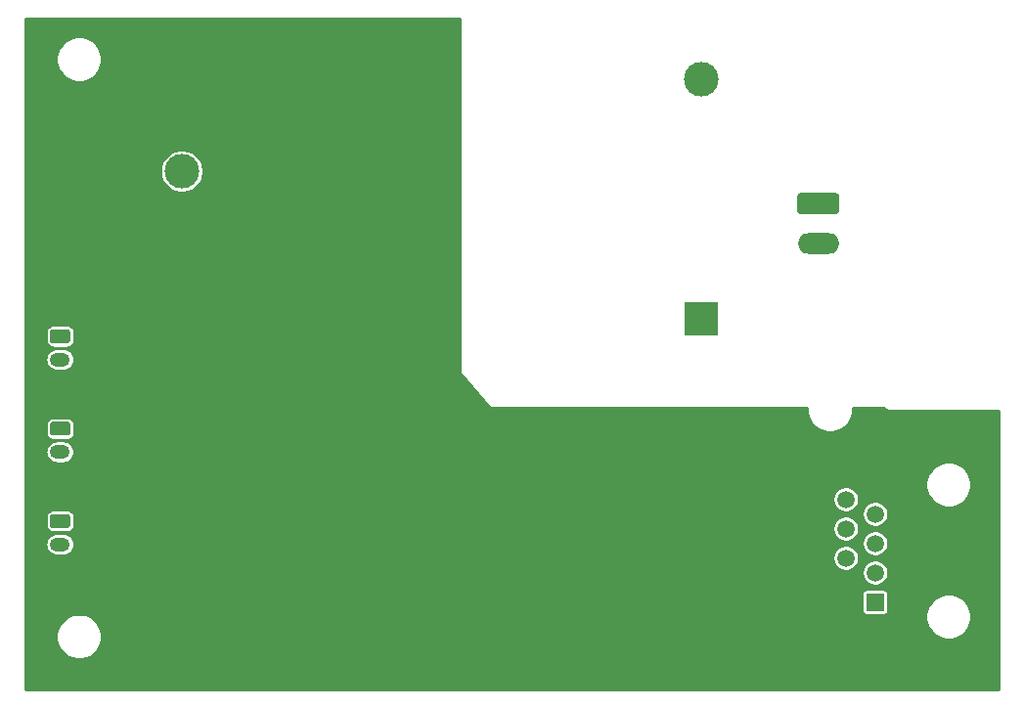
<source format=gbr>
G04 #@! TF.GenerationSoftware,KiCad,Pcbnew,(5.1.5)-3*
G04 #@! TF.CreationDate,2020-05-14T21:27:17-06:00*
G04 #@! TF.ProjectId,GarageDoorPowerBoard,47617261-6765-4446-9f6f-72506f776572,rev?*
G04 #@! TF.SameCoordinates,Original*
G04 #@! TF.FileFunction,Copper,L2,Bot*
G04 #@! TF.FilePolarity,Positive*
%FSLAX46Y46*%
G04 Gerber Fmt 4.6, Leading zero omitted, Abs format (unit mm)*
G04 Created by KiCad (PCBNEW (5.1.5)-3) date 2020-05-14 21:27:17*
%MOMM*%
%LPD*%
G04 APERTURE LIST*
%ADD10R,3.000000X3.000000*%
%ADD11C,3.000000*%
%ADD12C,1.500000*%
%ADD13R,1.500000X1.500000*%
%ADD14O,1.750000X1.200000*%
%ADD15C,0.100000*%
%ADD16O,3.600000X1.800000*%
%ADD17C,0.800000*%
%ADD18C,0.254000*%
G04 APERTURE END LIST*
D10*
X160500000Y-89420000D03*
D11*
X115500000Y-76620000D03*
X160500000Y-68620000D03*
X115500000Y-68620000D03*
D12*
X172980000Y-105030000D03*
X175520000Y-106300000D03*
X172980000Y-107570000D03*
X175520000Y-108840000D03*
X172980000Y-110110000D03*
X175520000Y-111380000D03*
X172980000Y-112650000D03*
D13*
X175520000Y-113920000D03*
D14*
X104962800Y-92920000D03*
G04 #@! TA.AperFunction,ComponentPad*
D15*
G36*
X105612305Y-90321204D02*
G01*
X105636573Y-90324804D01*
X105660372Y-90330765D01*
X105683471Y-90339030D01*
X105705650Y-90349520D01*
X105726693Y-90362132D01*
X105746399Y-90376747D01*
X105764577Y-90393223D01*
X105781053Y-90411401D01*
X105795668Y-90431107D01*
X105808280Y-90452150D01*
X105818770Y-90474329D01*
X105827035Y-90497428D01*
X105832996Y-90521227D01*
X105836596Y-90545495D01*
X105837800Y-90569999D01*
X105837800Y-91270001D01*
X105836596Y-91294505D01*
X105832996Y-91318773D01*
X105827035Y-91342572D01*
X105818770Y-91365671D01*
X105808280Y-91387850D01*
X105795668Y-91408893D01*
X105781053Y-91428599D01*
X105764577Y-91446777D01*
X105746399Y-91463253D01*
X105726693Y-91477868D01*
X105705650Y-91490480D01*
X105683471Y-91500970D01*
X105660372Y-91509235D01*
X105636573Y-91515196D01*
X105612305Y-91518796D01*
X105587801Y-91520000D01*
X104337799Y-91520000D01*
X104313295Y-91518796D01*
X104289027Y-91515196D01*
X104265228Y-91509235D01*
X104242129Y-91500970D01*
X104219950Y-91490480D01*
X104198907Y-91477868D01*
X104179201Y-91463253D01*
X104161023Y-91446777D01*
X104144547Y-91428599D01*
X104129932Y-91408893D01*
X104117320Y-91387850D01*
X104106830Y-91365671D01*
X104098565Y-91342572D01*
X104092604Y-91318773D01*
X104089004Y-91294505D01*
X104087800Y-91270001D01*
X104087800Y-90569999D01*
X104089004Y-90545495D01*
X104092604Y-90521227D01*
X104098565Y-90497428D01*
X104106830Y-90474329D01*
X104117320Y-90452150D01*
X104129932Y-90431107D01*
X104144547Y-90411401D01*
X104161023Y-90393223D01*
X104179201Y-90376747D01*
X104198907Y-90362132D01*
X104219950Y-90349520D01*
X104242129Y-90339030D01*
X104265228Y-90330765D01*
X104289027Y-90324804D01*
X104313295Y-90321204D01*
X104337799Y-90320000D01*
X105587801Y-90320000D01*
X105612305Y-90321204D01*
G37*
G04 #@! TD.AperFunction*
D14*
X104962800Y-100920000D03*
G04 #@! TA.AperFunction,ComponentPad*
D15*
G36*
X105612305Y-98321204D02*
G01*
X105636573Y-98324804D01*
X105660372Y-98330765D01*
X105683471Y-98339030D01*
X105705650Y-98349520D01*
X105726693Y-98362132D01*
X105746399Y-98376747D01*
X105764577Y-98393223D01*
X105781053Y-98411401D01*
X105795668Y-98431107D01*
X105808280Y-98452150D01*
X105818770Y-98474329D01*
X105827035Y-98497428D01*
X105832996Y-98521227D01*
X105836596Y-98545495D01*
X105837800Y-98569999D01*
X105837800Y-99270001D01*
X105836596Y-99294505D01*
X105832996Y-99318773D01*
X105827035Y-99342572D01*
X105818770Y-99365671D01*
X105808280Y-99387850D01*
X105795668Y-99408893D01*
X105781053Y-99428599D01*
X105764577Y-99446777D01*
X105746399Y-99463253D01*
X105726693Y-99477868D01*
X105705650Y-99490480D01*
X105683471Y-99500970D01*
X105660372Y-99509235D01*
X105636573Y-99515196D01*
X105612305Y-99518796D01*
X105587801Y-99520000D01*
X104337799Y-99520000D01*
X104313295Y-99518796D01*
X104289027Y-99515196D01*
X104265228Y-99509235D01*
X104242129Y-99500970D01*
X104219950Y-99490480D01*
X104198907Y-99477868D01*
X104179201Y-99463253D01*
X104161023Y-99446777D01*
X104144547Y-99428599D01*
X104129932Y-99408893D01*
X104117320Y-99387850D01*
X104106830Y-99365671D01*
X104098565Y-99342572D01*
X104092604Y-99318773D01*
X104089004Y-99294505D01*
X104087800Y-99270001D01*
X104087800Y-98569999D01*
X104089004Y-98545495D01*
X104092604Y-98521227D01*
X104098565Y-98497428D01*
X104106830Y-98474329D01*
X104117320Y-98452150D01*
X104129932Y-98431107D01*
X104144547Y-98411401D01*
X104161023Y-98393223D01*
X104179201Y-98376747D01*
X104198907Y-98362132D01*
X104219950Y-98349520D01*
X104242129Y-98339030D01*
X104265228Y-98330765D01*
X104289027Y-98324804D01*
X104313295Y-98321204D01*
X104337799Y-98320000D01*
X105587801Y-98320000D01*
X105612305Y-98321204D01*
G37*
G04 #@! TD.AperFunction*
D14*
X104962800Y-108920000D03*
G04 #@! TA.AperFunction,ComponentPad*
D15*
G36*
X105612305Y-106321204D02*
G01*
X105636573Y-106324804D01*
X105660372Y-106330765D01*
X105683471Y-106339030D01*
X105705650Y-106349520D01*
X105726693Y-106362132D01*
X105746399Y-106376747D01*
X105764577Y-106393223D01*
X105781053Y-106411401D01*
X105795668Y-106431107D01*
X105808280Y-106452150D01*
X105818770Y-106474329D01*
X105827035Y-106497428D01*
X105832996Y-106521227D01*
X105836596Y-106545495D01*
X105837800Y-106569999D01*
X105837800Y-107270001D01*
X105836596Y-107294505D01*
X105832996Y-107318773D01*
X105827035Y-107342572D01*
X105818770Y-107365671D01*
X105808280Y-107387850D01*
X105795668Y-107408893D01*
X105781053Y-107428599D01*
X105764577Y-107446777D01*
X105746399Y-107463253D01*
X105726693Y-107477868D01*
X105705650Y-107490480D01*
X105683471Y-107500970D01*
X105660372Y-107509235D01*
X105636573Y-107515196D01*
X105612305Y-107518796D01*
X105587801Y-107520000D01*
X104337799Y-107520000D01*
X104313295Y-107518796D01*
X104289027Y-107515196D01*
X104265228Y-107509235D01*
X104242129Y-107500970D01*
X104219950Y-107490480D01*
X104198907Y-107477868D01*
X104179201Y-107463253D01*
X104161023Y-107446777D01*
X104144547Y-107428599D01*
X104129932Y-107408893D01*
X104117320Y-107387850D01*
X104106830Y-107365671D01*
X104098565Y-107342572D01*
X104092604Y-107318773D01*
X104089004Y-107294505D01*
X104087800Y-107270001D01*
X104087800Y-106569999D01*
X104089004Y-106545495D01*
X104092604Y-106521227D01*
X104098565Y-106497428D01*
X104106830Y-106474329D01*
X104117320Y-106452150D01*
X104129932Y-106431107D01*
X104144547Y-106411401D01*
X104161023Y-106393223D01*
X104179201Y-106376747D01*
X104198907Y-106362132D01*
X104219950Y-106349520D01*
X104242129Y-106339030D01*
X104265228Y-106330765D01*
X104289027Y-106324804D01*
X104313295Y-106321204D01*
X104337799Y-106320000D01*
X105587801Y-106320000D01*
X105612305Y-106321204D01*
G37*
G04 #@! TD.AperFunction*
D16*
X170600000Y-82920000D03*
G04 #@! TA.AperFunction,ComponentPad*
D15*
G36*
X172174504Y-78521204D02*
G01*
X172198773Y-78524804D01*
X172222571Y-78530765D01*
X172245671Y-78539030D01*
X172267849Y-78549520D01*
X172288893Y-78562133D01*
X172308598Y-78576747D01*
X172326777Y-78593223D01*
X172343253Y-78611402D01*
X172357867Y-78631107D01*
X172370480Y-78652151D01*
X172380970Y-78674329D01*
X172389235Y-78697429D01*
X172395196Y-78721227D01*
X172398796Y-78745496D01*
X172400000Y-78770000D01*
X172400000Y-80070000D01*
X172398796Y-80094504D01*
X172395196Y-80118773D01*
X172389235Y-80142571D01*
X172380970Y-80165671D01*
X172370480Y-80187849D01*
X172357867Y-80208893D01*
X172343253Y-80228598D01*
X172326777Y-80246777D01*
X172308598Y-80263253D01*
X172288893Y-80277867D01*
X172267849Y-80290480D01*
X172245671Y-80300970D01*
X172222571Y-80309235D01*
X172198773Y-80315196D01*
X172174504Y-80318796D01*
X172150000Y-80320000D01*
X169050000Y-80320000D01*
X169025496Y-80318796D01*
X169001227Y-80315196D01*
X168977429Y-80309235D01*
X168954329Y-80300970D01*
X168932151Y-80290480D01*
X168911107Y-80277867D01*
X168891402Y-80263253D01*
X168873223Y-80246777D01*
X168856747Y-80228598D01*
X168842133Y-80208893D01*
X168829520Y-80187849D01*
X168819030Y-80165671D01*
X168810765Y-80142571D01*
X168804804Y-80118773D01*
X168801204Y-80094504D01*
X168800000Y-80070000D01*
X168800000Y-78770000D01*
X168801204Y-78745496D01*
X168804804Y-78721227D01*
X168810765Y-78697429D01*
X168819030Y-78674329D01*
X168829520Y-78652151D01*
X168842133Y-78631107D01*
X168856747Y-78611402D01*
X168873223Y-78593223D01*
X168891402Y-78576747D01*
X168911107Y-78562133D01*
X168932151Y-78549520D01*
X168954329Y-78539030D01*
X168977429Y-78530765D01*
X169001227Y-78524804D01*
X169025496Y-78521204D01*
X169050000Y-78520000D01*
X172150000Y-78520000D01*
X172174504Y-78521204D01*
G37*
G04 #@! TD.AperFunction*
D17*
X184810400Y-98323400D03*
X175666400Y-98298000D03*
X184886600Y-109347000D03*
X185064400Y-120421400D03*
X175310800Y-120700800D03*
X170205400Y-113258600D03*
X176936400Y-110159800D03*
X168757600Y-103251000D03*
X155854400Y-103251000D03*
X162255200Y-103860600D03*
X138785600Y-102209600D03*
X124942600Y-90855800D03*
X111277400Y-78054200D03*
X103911400Y-87833200D03*
X117805200Y-97637600D03*
X160858200Y-120751600D03*
X145059400Y-120802400D03*
X128981200Y-120726200D03*
X113258600Y-120700800D03*
X102793800Y-120827800D03*
X102641400Y-107975400D03*
X102641400Y-99949000D03*
X115036600Y-108788200D03*
X118440200Y-106045000D03*
X121056400Y-112903000D03*
X137134600Y-113004600D03*
X153009600Y-112852200D03*
X152069800Y-97967800D03*
X137922000Y-95377000D03*
X137896600Y-81203800D03*
X137972800Y-64998600D03*
X123875800Y-64744600D03*
X122936000Y-80365600D03*
X110794800Y-64643000D03*
X102870000Y-64592200D03*
X102844600Y-75209400D03*
X174980600Y-103835200D03*
D18*
G36*
X139573000Y-93980000D02*
G01*
X139575440Y-94004776D01*
X139582667Y-94028601D01*
X139594403Y-94050557D01*
X139601893Y-94060647D01*
X142065693Y-97057847D01*
X142083312Y-97075437D01*
X142104023Y-97089252D01*
X142127032Y-97098761D01*
X142151454Y-97103598D01*
X142163948Y-97104200D01*
X164033348Y-97078800D01*
X169619000Y-97078800D01*
X169619000Y-97451711D01*
X169695129Y-97834436D01*
X169844461Y-98194955D01*
X170061257Y-98519414D01*
X170337186Y-98795343D01*
X170661645Y-99012139D01*
X171022164Y-99161471D01*
X171404889Y-99237600D01*
X171795111Y-99237600D01*
X172177836Y-99161471D01*
X172538355Y-99012139D01*
X172862814Y-98795343D01*
X173138743Y-98519414D01*
X173355539Y-98194955D01*
X173504871Y-97834436D01*
X173581000Y-97451711D01*
X173581000Y-97078800D01*
X176224522Y-97078800D01*
X176260790Y-97146653D01*
X176311526Y-97208474D01*
X176373347Y-97259210D01*
X176443879Y-97296910D01*
X176520410Y-97320125D01*
X176580059Y-97326000D01*
X176580060Y-97326000D01*
X176600000Y-97327964D01*
X176619941Y-97326000D01*
X186194000Y-97326000D01*
X186194001Y-121514000D01*
X102006000Y-121514000D01*
X102006000Y-116724889D01*
X104619000Y-116724889D01*
X104619000Y-117115111D01*
X104695129Y-117497836D01*
X104844461Y-117858355D01*
X105061257Y-118182814D01*
X105337186Y-118458743D01*
X105661645Y-118675539D01*
X106022164Y-118824871D01*
X106404889Y-118901000D01*
X106795111Y-118901000D01*
X107177836Y-118824871D01*
X107538355Y-118675539D01*
X107862814Y-118458743D01*
X108138743Y-118182814D01*
X108355539Y-117858355D01*
X108504871Y-117497836D01*
X108581000Y-117115111D01*
X108581000Y-116724889D01*
X108504871Y-116342164D01*
X108355539Y-115981645D01*
X108138743Y-115657186D01*
X107862814Y-115381257D01*
X107538355Y-115164461D01*
X107177836Y-115015129D01*
X106795111Y-114939000D01*
X106404889Y-114939000D01*
X106022164Y-115015129D01*
X105661645Y-115164461D01*
X105337186Y-115381257D01*
X105061257Y-115657186D01*
X104844461Y-115981645D01*
X104695129Y-116342164D01*
X104619000Y-116724889D01*
X102006000Y-116724889D01*
X102006000Y-113170000D01*
X174387157Y-113170000D01*
X174387157Y-114670000D01*
X174394513Y-114744689D01*
X174416299Y-114816508D01*
X174451678Y-114882696D01*
X174499289Y-114940711D01*
X174557304Y-114988322D01*
X174623492Y-115023701D01*
X174695311Y-115045487D01*
X174770000Y-115052843D01*
X176270000Y-115052843D01*
X176344689Y-115045487D01*
X176416508Y-115023701D01*
X176470410Y-114994889D01*
X179889000Y-114994889D01*
X179889000Y-115385111D01*
X179965129Y-115767836D01*
X180114461Y-116128355D01*
X180331257Y-116452814D01*
X180607186Y-116728743D01*
X180931645Y-116945539D01*
X181292164Y-117094871D01*
X181674889Y-117171000D01*
X182065111Y-117171000D01*
X182447836Y-117094871D01*
X182808355Y-116945539D01*
X183132814Y-116728743D01*
X183408743Y-116452814D01*
X183625539Y-116128355D01*
X183774871Y-115767836D01*
X183851000Y-115385111D01*
X183851000Y-114994889D01*
X183774871Y-114612164D01*
X183625539Y-114251645D01*
X183408743Y-113927186D01*
X183132814Y-113651257D01*
X182808355Y-113434461D01*
X182447836Y-113285129D01*
X182065111Y-113209000D01*
X181674889Y-113209000D01*
X181292164Y-113285129D01*
X180931645Y-113434461D01*
X180607186Y-113651257D01*
X180331257Y-113927186D01*
X180114461Y-114251645D01*
X179965129Y-114612164D01*
X179889000Y-114994889D01*
X176470410Y-114994889D01*
X176482696Y-114988322D01*
X176540711Y-114940711D01*
X176588322Y-114882696D01*
X176623701Y-114816508D01*
X176645487Y-114744689D01*
X176652843Y-114670000D01*
X176652843Y-113170000D01*
X176645487Y-113095311D01*
X176623701Y-113023492D01*
X176588322Y-112957304D01*
X176540711Y-112899289D01*
X176482696Y-112851678D01*
X176416508Y-112816299D01*
X176344689Y-112794513D01*
X176270000Y-112787157D01*
X174770000Y-112787157D01*
X174695311Y-112794513D01*
X174623492Y-112816299D01*
X174557304Y-112851678D01*
X174499289Y-112899289D01*
X174451678Y-112957304D01*
X174416299Y-113023492D01*
X174394513Y-113095311D01*
X174387157Y-113170000D01*
X102006000Y-113170000D01*
X102006000Y-111268606D01*
X174389000Y-111268606D01*
X174389000Y-111491394D01*
X174432464Y-111709900D01*
X174517721Y-111915729D01*
X174641495Y-112100970D01*
X174799030Y-112258505D01*
X174984271Y-112382279D01*
X175190100Y-112467536D01*
X175408606Y-112511000D01*
X175631394Y-112511000D01*
X175849900Y-112467536D01*
X176055729Y-112382279D01*
X176240970Y-112258505D01*
X176398505Y-112100970D01*
X176522279Y-111915729D01*
X176607536Y-111709900D01*
X176651000Y-111491394D01*
X176651000Y-111268606D01*
X176607536Y-111050100D01*
X176522279Y-110844271D01*
X176398505Y-110659030D01*
X176240970Y-110501495D01*
X176055729Y-110377721D01*
X175849900Y-110292464D01*
X175631394Y-110249000D01*
X175408606Y-110249000D01*
X175190100Y-110292464D01*
X174984271Y-110377721D01*
X174799030Y-110501495D01*
X174641495Y-110659030D01*
X174517721Y-110844271D01*
X174432464Y-111050100D01*
X174389000Y-111268606D01*
X102006000Y-111268606D01*
X102006000Y-109998606D01*
X171849000Y-109998606D01*
X171849000Y-110221394D01*
X171892464Y-110439900D01*
X171977721Y-110645729D01*
X172101495Y-110830970D01*
X172259030Y-110988505D01*
X172444271Y-111112279D01*
X172650100Y-111197536D01*
X172868606Y-111241000D01*
X173091394Y-111241000D01*
X173309900Y-111197536D01*
X173515729Y-111112279D01*
X173700970Y-110988505D01*
X173858505Y-110830970D01*
X173982279Y-110645729D01*
X174067536Y-110439900D01*
X174111000Y-110221394D01*
X174111000Y-109998606D01*
X174067536Y-109780100D01*
X173982279Y-109574271D01*
X173858505Y-109389030D01*
X173700970Y-109231495D01*
X173515729Y-109107721D01*
X173309900Y-109022464D01*
X173091394Y-108979000D01*
X172868606Y-108979000D01*
X172650100Y-109022464D01*
X172444271Y-109107721D01*
X172259030Y-109231495D01*
X172101495Y-109389030D01*
X171977721Y-109574271D01*
X171892464Y-109780100D01*
X171849000Y-109998606D01*
X102006000Y-109998606D01*
X102006000Y-108920000D01*
X103702054Y-108920000D01*
X103720995Y-109112310D01*
X103777089Y-109297229D01*
X103868182Y-109467651D01*
X103990772Y-109617028D01*
X104140149Y-109739618D01*
X104310571Y-109830711D01*
X104495490Y-109886805D01*
X104639613Y-109901000D01*
X105285987Y-109901000D01*
X105430110Y-109886805D01*
X105615029Y-109830711D01*
X105785451Y-109739618D01*
X105934828Y-109617028D01*
X106057418Y-109467651D01*
X106148511Y-109297229D01*
X106204605Y-109112310D01*
X106223546Y-108920000D01*
X106204696Y-108728606D01*
X174389000Y-108728606D01*
X174389000Y-108951394D01*
X174432464Y-109169900D01*
X174517721Y-109375729D01*
X174641495Y-109560970D01*
X174799030Y-109718505D01*
X174984271Y-109842279D01*
X175190100Y-109927536D01*
X175408606Y-109971000D01*
X175631394Y-109971000D01*
X175849900Y-109927536D01*
X176055729Y-109842279D01*
X176240970Y-109718505D01*
X176398505Y-109560970D01*
X176522279Y-109375729D01*
X176607536Y-109169900D01*
X176651000Y-108951394D01*
X176651000Y-108728606D01*
X176607536Y-108510100D01*
X176522279Y-108304271D01*
X176398505Y-108119030D01*
X176240970Y-107961495D01*
X176055729Y-107837721D01*
X175849900Y-107752464D01*
X175631394Y-107709000D01*
X175408606Y-107709000D01*
X175190100Y-107752464D01*
X174984271Y-107837721D01*
X174799030Y-107961495D01*
X174641495Y-108119030D01*
X174517721Y-108304271D01*
X174432464Y-108510100D01*
X174389000Y-108728606D01*
X106204696Y-108728606D01*
X106204605Y-108727690D01*
X106148511Y-108542771D01*
X106057418Y-108372349D01*
X105934828Y-108222972D01*
X105785451Y-108100382D01*
X105615029Y-108009289D01*
X105430110Y-107953195D01*
X105285987Y-107939000D01*
X104639613Y-107939000D01*
X104495490Y-107953195D01*
X104310571Y-108009289D01*
X104140149Y-108100382D01*
X103990772Y-108222972D01*
X103868182Y-108372349D01*
X103777089Y-108542771D01*
X103720995Y-108727690D01*
X103702054Y-108920000D01*
X102006000Y-108920000D01*
X102006000Y-106569999D01*
X103704957Y-106569999D01*
X103704957Y-107270001D01*
X103717117Y-107393462D01*
X103753129Y-107512179D01*
X103811610Y-107621589D01*
X103890312Y-107717488D01*
X103986211Y-107796190D01*
X104095621Y-107854671D01*
X104214338Y-107890683D01*
X104337799Y-107902843D01*
X105587801Y-107902843D01*
X105711262Y-107890683D01*
X105829979Y-107854671D01*
X105939389Y-107796190D01*
X106035288Y-107717488D01*
X106113990Y-107621589D01*
X106172471Y-107512179D01*
X106188722Y-107458606D01*
X171849000Y-107458606D01*
X171849000Y-107681394D01*
X171892464Y-107899900D01*
X171977721Y-108105729D01*
X172101495Y-108290970D01*
X172259030Y-108448505D01*
X172444271Y-108572279D01*
X172650100Y-108657536D01*
X172868606Y-108701000D01*
X173091394Y-108701000D01*
X173309900Y-108657536D01*
X173515729Y-108572279D01*
X173700970Y-108448505D01*
X173858505Y-108290970D01*
X173982279Y-108105729D01*
X174067536Y-107899900D01*
X174111000Y-107681394D01*
X174111000Y-107458606D01*
X174067536Y-107240100D01*
X173982279Y-107034271D01*
X173858505Y-106849030D01*
X173700970Y-106691495D01*
X173515729Y-106567721D01*
X173309900Y-106482464D01*
X173091394Y-106439000D01*
X172868606Y-106439000D01*
X172650100Y-106482464D01*
X172444271Y-106567721D01*
X172259030Y-106691495D01*
X172101495Y-106849030D01*
X171977721Y-107034271D01*
X171892464Y-107240100D01*
X171849000Y-107458606D01*
X106188722Y-107458606D01*
X106208483Y-107393462D01*
X106220643Y-107270001D01*
X106220643Y-106569999D01*
X106208483Y-106446538D01*
X106172471Y-106327821D01*
X106113990Y-106218411D01*
X106089530Y-106188606D01*
X174389000Y-106188606D01*
X174389000Y-106411394D01*
X174432464Y-106629900D01*
X174517721Y-106835729D01*
X174641495Y-107020970D01*
X174799030Y-107178505D01*
X174984271Y-107302279D01*
X175190100Y-107387536D01*
X175408606Y-107431000D01*
X175631394Y-107431000D01*
X175849900Y-107387536D01*
X176055729Y-107302279D01*
X176240970Y-107178505D01*
X176398505Y-107020970D01*
X176522279Y-106835729D01*
X176607536Y-106629900D01*
X176651000Y-106411394D01*
X176651000Y-106188606D01*
X176607536Y-105970100D01*
X176522279Y-105764271D01*
X176398505Y-105579030D01*
X176240970Y-105421495D01*
X176055729Y-105297721D01*
X175849900Y-105212464D01*
X175631394Y-105169000D01*
X175408606Y-105169000D01*
X175190100Y-105212464D01*
X174984271Y-105297721D01*
X174799030Y-105421495D01*
X174641495Y-105579030D01*
X174517721Y-105764271D01*
X174432464Y-105970100D01*
X174389000Y-106188606D01*
X106089530Y-106188606D01*
X106035288Y-106122512D01*
X105939389Y-106043810D01*
X105829979Y-105985329D01*
X105711262Y-105949317D01*
X105587801Y-105937157D01*
X104337799Y-105937157D01*
X104214338Y-105949317D01*
X104095621Y-105985329D01*
X103986211Y-106043810D01*
X103890312Y-106122512D01*
X103811610Y-106218411D01*
X103753129Y-106327821D01*
X103717117Y-106446538D01*
X103704957Y-106569999D01*
X102006000Y-106569999D01*
X102006000Y-104918606D01*
X171849000Y-104918606D01*
X171849000Y-105141394D01*
X171892464Y-105359900D01*
X171977721Y-105565729D01*
X172101495Y-105750970D01*
X172259030Y-105908505D01*
X172444271Y-106032279D01*
X172650100Y-106117536D01*
X172868606Y-106161000D01*
X173091394Y-106161000D01*
X173309900Y-106117536D01*
X173515729Y-106032279D01*
X173700970Y-105908505D01*
X173858505Y-105750970D01*
X173982279Y-105565729D01*
X174067536Y-105359900D01*
X174111000Y-105141394D01*
X174111000Y-104918606D01*
X174067536Y-104700100D01*
X173982279Y-104494271D01*
X173858505Y-104309030D01*
X173700970Y-104151495D01*
X173515729Y-104027721D01*
X173309900Y-103942464D01*
X173091394Y-103899000D01*
X172868606Y-103899000D01*
X172650100Y-103942464D01*
X172444271Y-104027721D01*
X172259030Y-104151495D01*
X172101495Y-104309030D01*
X171977721Y-104494271D01*
X171892464Y-104700100D01*
X171849000Y-104918606D01*
X102006000Y-104918606D01*
X102006000Y-103564889D01*
X179889000Y-103564889D01*
X179889000Y-103955111D01*
X179965129Y-104337836D01*
X180114461Y-104698355D01*
X180331257Y-105022814D01*
X180607186Y-105298743D01*
X180931645Y-105515539D01*
X181292164Y-105664871D01*
X181674889Y-105741000D01*
X182065111Y-105741000D01*
X182447836Y-105664871D01*
X182808355Y-105515539D01*
X183132814Y-105298743D01*
X183408743Y-105022814D01*
X183625539Y-104698355D01*
X183774871Y-104337836D01*
X183851000Y-103955111D01*
X183851000Y-103564889D01*
X183774871Y-103182164D01*
X183625539Y-102821645D01*
X183408743Y-102497186D01*
X183132814Y-102221257D01*
X182808355Y-102004461D01*
X182447836Y-101855129D01*
X182065111Y-101779000D01*
X181674889Y-101779000D01*
X181292164Y-101855129D01*
X180931645Y-102004461D01*
X180607186Y-102221257D01*
X180331257Y-102497186D01*
X180114461Y-102821645D01*
X179965129Y-103182164D01*
X179889000Y-103564889D01*
X102006000Y-103564889D01*
X102006000Y-100920000D01*
X103702054Y-100920000D01*
X103720995Y-101112310D01*
X103777089Y-101297229D01*
X103868182Y-101467651D01*
X103990772Y-101617028D01*
X104140149Y-101739618D01*
X104310571Y-101830711D01*
X104495490Y-101886805D01*
X104639613Y-101901000D01*
X105285987Y-101901000D01*
X105430110Y-101886805D01*
X105615029Y-101830711D01*
X105785451Y-101739618D01*
X105934828Y-101617028D01*
X106057418Y-101467651D01*
X106148511Y-101297229D01*
X106204605Y-101112310D01*
X106223546Y-100920000D01*
X106204605Y-100727690D01*
X106148511Y-100542771D01*
X106057418Y-100372349D01*
X105934828Y-100222972D01*
X105785451Y-100100382D01*
X105615029Y-100009289D01*
X105430110Y-99953195D01*
X105285987Y-99939000D01*
X104639613Y-99939000D01*
X104495490Y-99953195D01*
X104310571Y-100009289D01*
X104140149Y-100100382D01*
X103990772Y-100222972D01*
X103868182Y-100372349D01*
X103777089Y-100542771D01*
X103720995Y-100727690D01*
X103702054Y-100920000D01*
X102006000Y-100920000D01*
X102006000Y-98569999D01*
X103704957Y-98569999D01*
X103704957Y-99270001D01*
X103717117Y-99393462D01*
X103753129Y-99512179D01*
X103811610Y-99621589D01*
X103890312Y-99717488D01*
X103986211Y-99796190D01*
X104095621Y-99854671D01*
X104214338Y-99890683D01*
X104337799Y-99902843D01*
X105587801Y-99902843D01*
X105711262Y-99890683D01*
X105829979Y-99854671D01*
X105939389Y-99796190D01*
X106035288Y-99717488D01*
X106113990Y-99621589D01*
X106172471Y-99512179D01*
X106208483Y-99393462D01*
X106220643Y-99270001D01*
X106220643Y-98569999D01*
X106208483Y-98446538D01*
X106172471Y-98327821D01*
X106113990Y-98218411D01*
X106035288Y-98122512D01*
X105939389Y-98043810D01*
X105829979Y-97985329D01*
X105711262Y-97949317D01*
X105587801Y-97937157D01*
X104337799Y-97937157D01*
X104214338Y-97949317D01*
X104095621Y-97985329D01*
X103986211Y-98043810D01*
X103890312Y-98122512D01*
X103811610Y-98218411D01*
X103753129Y-98327821D01*
X103717117Y-98446538D01*
X103704957Y-98569999D01*
X102006000Y-98569999D01*
X102006000Y-92920000D01*
X103702054Y-92920000D01*
X103720995Y-93112310D01*
X103777089Y-93297229D01*
X103868182Y-93467651D01*
X103990772Y-93617028D01*
X104140149Y-93739618D01*
X104310571Y-93830711D01*
X104495490Y-93886805D01*
X104639613Y-93901000D01*
X105285987Y-93901000D01*
X105430110Y-93886805D01*
X105615029Y-93830711D01*
X105785451Y-93739618D01*
X105934828Y-93617028D01*
X106057418Y-93467651D01*
X106148511Y-93297229D01*
X106204605Y-93112310D01*
X106223546Y-92920000D01*
X106204605Y-92727690D01*
X106148511Y-92542771D01*
X106057418Y-92372349D01*
X105934828Y-92222972D01*
X105785451Y-92100382D01*
X105615029Y-92009289D01*
X105430110Y-91953195D01*
X105285987Y-91939000D01*
X104639613Y-91939000D01*
X104495490Y-91953195D01*
X104310571Y-92009289D01*
X104140149Y-92100382D01*
X103990772Y-92222972D01*
X103868182Y-92372349D01*
X103777089Y-92542771D01*
X103720995Y-92727690D01*
X103702054Y-92920000D01*
X102006000Y-92920000D01*
X102006000Y-90569999D01*
X103704957Y-90569999D01*
X103704957Y-91270001D01*
X103717117Y-91393462D01*
X103753129Y-91512179D01*
X103811610Y-91621589D01*
X103890312Y-91717488D01*
X103986211Y-91796190D01*
X104095621Y-91854671D01*
X104214338Y-91890683D01*
X104337799Y-91902843D01*
X105587801Y-91902843D01*
X105711262Y-91890683D01*
X105829979Y-91854671D01*
X105939389Y-91796190D01*
X106035288Y-91717488D01*
X106113990Y-91621589D01*
X106172471Y-91512179D01*
X106208483Y-91393462D01*
X106220643Y-91270001D01*
X106220643Y-90569999D01*
X106208483Y-90446538D01*
X106172471Y-90327821D01*
X106113990Y-90218411D01*
X106035288Y-90122512D01*
X105939389Y-90043810D01*
X105829979Y-89985329D01*
X105711262Y-89949317D01*
X105587801Y-89937157D01*
X104337799Y-89937157D01*
X104214338Y-89949317D01*
X104095621Y-89985329D01*
X103986211Y-90043810D01*
X103890312Y-90122512D01*
X103811610Y-90218411D01*
X103753129Y-90327821D01*
X103717117Y-90446538D01*
X103704957Y-90569999D01*
X102006000Y-90569999D01*
X102006000Y-76434738D01*
X113619000Y-76434738D01*
X113619000Y-76805262D01*
X113691286Y-77168667D01*
X113833080Y-77510987D01*
X114038932Y-77819067D01*
X114300933Y-78081068D01*
X114609013Y-78286920D01*
X114951333Y-78428714D01*
X115314738Y-78501000D01*
X115685262Y-78501000D01*
X116048667Y-78428714D01*
X116390987Y-78286920D01*
X116699067Y-78081068D01*
X116961068Y-77819067D01*
X117166920Y-77510987D01*
X117308714Y-77168667D01*
X117381000Y-76805262D01*
X117381000Y-76434738D01*
X117308714Y-76071333D01*
X117166920Y-75729013D01*
X116961068Y-75420933D01*
X116699067Y-75158932D01*
X116390987Y-74953080D01*
X116048667Y-74811286D01*
X115685262Y-74739000D01*
X115314738Y-74739000D01*
X114951333Y-74811286D01*
X114609013Y-74953080D01*
X114300933Y-75158932D01*
X114038932Y-75420933D01*
X113833080Y-75729013D01*
X113691286Y-76071333D01*
X113619000Y-76434738D01*
X102006000Y-76434738D01*
X102006000Y-66724889D01*
X104619000Y-66724889D01*
X104619000Y-67115111D01*
X104695129Y-67497836D01*
X104844461Y-67858355D01*
X105061257Y-68182814D01*
X105337186Y-68458743D01*
X105661645Y-68675539D01*
X106022164Y-68824871D01*
X106404889Y-68901000D01*
X106795111Y-68901000D01*
X107177836Y-68824871D01*
X107538355Y-68675539D01*
X107862814Y-68458743D01*
X108138743Y-68182814D01*
X108355539Y-67858355D01*
X108504871Y-67497836D01*
X108581000Y-67115111D01*
X108581000Y-66724889D01*
X108504871Y-66342164D01*
X108355539Y-65981645D01*
X108138743Y-65657186D01*
X107862814Y-65381257D01*
X107538355Y-65164461D01*
X107177836Y-65015129D01*
X106795111Y-64939000D01*
X106404889Y-64939000D01*
X106022164Y-65015129D01*
X105661645Y-65164461D01*
X105337186Y-65381257D01*
X105061257Y-65657186D01*
X104844461Y-65981645D01*
X104695129Y-66342164D01*
X104619000Y-66724889D01*
X102006000Y-66724889D01*
X102006000Y-63373000D01*
X139573000Y-63373000D01*
X139573000Y-93980000D01*
G37*
X139573000Y-93980000D02*
X139575440Y-94004776D01*
X139582667Y-94028601D01*
X139594403Y-94050557D01*
X139601893Y-94060647D01*
X142065693Y-97057847D01*
X142083312Y-97075437D01*
X142104023Y-97089252D01*
X142127032Y-97098761D01*
X142151454Y-97103598D01*
X142163948Y-97104200D01*
X164033348Y-97078800D01*
X169619000Y-97078800D01*
X169619000Y-97451711D01*
X169695129Y-97834436D01*
X169844461Y-98194955D01*
X170061257Y-98519414D01*
X170337186Y-98795343D01*
X170661645Y-99012139D01*
X171022164Y-99161471D01*
X171404889Y-99237600D01*
X171795111Y-99237600D01*
X172177836Y-99161471D01*
X172538355Y-99012139D01*
X172862814Y-98795343D01*
X173138743Y-98519414D01*
X173355539Y-98194955D01*
X173504871Y-97834436D01*
X173581000Y-97451711D01*
X173581000Y-97078800D01*
X176224522Y-97078800D01*
X176260790Y-97146653D01*
X176311526Y-97208474D01*
X176373347Y-97259210D01*
X176443879Y-97296910D01*
X176520410Y-97320125D01*
X176580059Y-97326000D01*
X176580060Y-97326000D01*
X176600000Y-97327964D01*
X176619941Y-97326000D01*
X186194000Y-97326000D01*
X186194001Y-121514000D01*
X102006000Y-121514000D01*
X102006000Y-116724889D01*
X104619000Y-116724889D01*
X104619000Y-117115111D01*
X104695129Y-117497836D01*
X104844461Y-117858355D01*
X105061257Y-118182814D01*
X105337186Y-118458743D01*
X105661645Y-118675539D01*
X106022164Y-118824871D01*
X106404889Y-118901000D01*
X106795111Y-118901000D01*
X107177836Y-118824871D01*
X107538355Y-118675539D01*
X107862814Y-118458743D01*
X108138743Y-118182814D01*
X108355539Y-117858355D01*
X108504871Y-117497836D01*
X108581000Y-117115111D01*
X108581000Y-116724889D01*
X108504871Y-116342164D01*
X108355539Y-115981645D01*
X108138743Y-115657186D01*
X107862814Y-115381257D01*
X107538355Y-115164461D01*
X107177836Y-115015129D01*
X106795111Y-114939000D01*
X106404889Y-114939000D01*
X106022164Y-115015129D01*
X105661645Y-115164461D01*
X105337186Y-115381257D01*
X105061257Y-115657186D01*
X104844461Y-115981645D01*
X104695129Y-116342164D01*
X104619000Y-116724889D01*
X102006000Y-116724889D01*
X102006000Y-113170000D01*
X174387157Y-113170000D01*
X174387157Y-114670000D01*
X174394513Y-114744689D01*
X174416299Y-114816508D01*
X174451678Y-114882696D01*
X174499289Y-114940711D01*
X174557304Y-114988322D01*
X174623492Y-115023701D01*
X174695311Y-115045487D01*
X174770000Y-115052843D01*
X176270000Y-115052843D01*
X176344689Y-115045487D01*
X176416508Y-115023701D01*
X176470410Y-114994889D01*
X179889000Y-114994889D01*
X179889000Y-115385111D01*
X179965129Y-115767836D01*
X180114461Y-116128355D01*
X180331257Y-116452814D01*
X180607186Y-116728743D01*
X180931645Y-116945539D01*
X181292164Y-117094871D01*
X181674889Y-117171000D01*
X182065111Y-117171000D01*
X182447836Y-117094871D01*
X182808355Y-116945539D01*
X183132814Y-116728743D01*
X183408743Y-116452814D01*
X183625539Y-116128355D01*
X183774871Y-115767836D01*
X183851000Y-115385111D01*
X183851000Y-114994889D01*
X183774871Y-114612164D01*
X183625539Y-114251645D01*
X183408743Y-113927186D01*
X183132814Y-113651257D01*
X182808355Y-113434461D01*
X182447836Y-113285129D01*
X182065111Y-113209000D01*
X181674889Y-113209000D01*
X181292164Y-113285129D01*
X180931645Y-113434461D01*
X180607186Y-113651257D01*
X180331257Y-113927186D01*
X180114461Y-114251645D01*
X179965129Y-114612164D01*
X179889000Y-114994889D01*
X176470410Y-114994889D01*
X176482696Y-114988322D01*
X176540711Y-114940711D01*
X176588322Y-114882696D01*
X176623701Y-114816508D01*
X176645487Y-114744689D01*
X176652843Y-114670000D01*
X176652843Y-113170000D01*
X176645487Y-113095311D01*
X176623701Y-113023492D01*
X176588322Y-112957304D01*
X176540711Y-112899289D01*
X176482696Y-112851678D01*
X176416508Y-112816299D01*
X176344689Y-112794513D01*
X176270000Y-112787157D01*
X174770000Y-112787157D01*
X174695311Y-112794513D01*
X174623492Y-112816299D01*
X174557304Y-112851678D01*
X174499289Y-112899289D01*
X174451678Y-112957304D01*
X174416299Y-113023492D01*
X174394513Y-113095311D01*
X174387157Y-113170000D01*
X102006000Y-113170000D01*
X102006000Y-111268606D01*
X174389000Y-111268606D01*
X174389000Y-111491394D01*
X174432464Y-111709900D01*
X174517721Y-111915729D01*
X174641495Y-112100970D01*
X174799030Y-112258505D01*
X174984271Y-112382279D01*
X175190100Y-112467536D01*
X175408606Y-112511000D01*
X175631394Y-112511000D01*
X175849900Y-112467536D01*
X176055729Y-112382279D01*
X176240970Y-112258505D01*
X176398505Y-112100970D01*
X176522279Y-111915729D01*
X176607536Y-111709900D01*
X176651000Y-111491394D01*
X176651000Y-111268606D01*
X176607536Y-111050100D01*
X176522279Y-110844271D01*
X176398505Y-110659030D01*
X176240970Y-110501495D01*
X176055729Y-110377721D01*
X175849900Y-110292464D01*
X175631394Y-110249000D01*
X175408606Y-110249000D01*
X175190100Y-110292464D01*
X174984271Y-110377721D01*
X174799030Y-110501495D01*
X174641495Y-110659030D01*
X174517721Y-110844271D01*
X174432464Y-111050100D01*
X174389000Y-111268606D01*
X102006000Y-111268606D01*
X102006000Y-109998606D01*
X171849000Y-109998606D01*
X171849000Y-110221394D01*
X171892464Y-110439900D01*
X171977721Y-110645729D01*
X172101495Y-110830970D01*
X172259030Y-110988505D01*
X172444271Y-111112279D01*
X172650100Y-111197536D01*
X172868606Y-111241000D01*
X173091394Y-111241000D01*
X173309900Y-111197536D01*
X173515729Y-111112279D01*
X173700970Y-110988505D01*
X173858505Y-110830970D01*
X173982279Y-110645729D01*
X174067536Y-110439900D01*
X174111000Y-110221394D01*
X174111000Y-109998606D01*
X174067536Y-109780100D01*
X173982279Y-109574271D01*
X173858505Y-109389030D01*
X173700970Y-109231495D01*
X173515729Y-109107721D01*
X173309900Y-109022464D01*
X173091394Y-108979000D01*
X172868606Y-108979000D01*
X172650100Y-109022464D01*
X172444271Y-109107721D01*
X172259030Y-109231495D01*
X172101495Y-109389030D01*
X171977721Y-109574271D01*
X171892464Y-109780100D01*
X171849000Y-109998606D01*
X102006000Y-109998606D01*
X102006000Y-108920000D01*
X103702054Y-108920000D01*
X103720995Y-109112310D01*
X103777089Y-109297229D01*
X103868182Y-109467651D01*
X103990772Y-109617028D01*
X104140149Y-109739618D01*
X104310571Y-109830711D01*
X104495490Y-109886805D01*
X104639613Y-109901000D01*
X105285987Y-109901000D01*
X105430110Y-109886805D01*
X105615029Y-109830711D01*
X105785451Y-109739618D01*
X105934828Y-109617028D01*
X106057418Y-109467651D01*
X106148511Y-109297229D01*
X106204605Y-109112310D01*
X106223546Y-108920000D01*
X106204696Y-108728606D01*
X174389000Y-108728606D01*
X174389000Y-108951394D01*
X174432464Y-109169900D01*
X174517721Y-109375729D01*
X174641495Y-109560970D01*
X174799030Y-109718505D01*
X174984271Y-109842279D01*
X175190100Y-109927536D01*
X175408606Y-109971000D01*
X175631394Y-109971000D01*
X175849900Y-109927536D01*
X176055729Y-109842279D01*
X176240970Y-109718505D01*
X176398505Y-109560970D01*
X176522279Y-109375729D01*
X176607536Y-109169900D01*
X176651000Y-108951394D01*
X176651000Y-108728606D01*
X176607536Y-108510100D01*
X176522279Y-108304271D01*
X176398505Y-108119030D01*
X176240970Y-107961495D01*
X176055729Y-107837721D01*
X175849900Y-107752464D01*
X175631394Y-107709000D01*
X175408606Y-107709000D01*
X175190100Y-107752464D01*
X174984271Y-107837721D01*
X174799030Y-107961495D01*
X174641495Y-108119030D01*
X174517721Y-108304271D01*
X174432464Y-108510100D01*
X174389000Y-108728606D01*
X106204696Y-108728606D01*
X106204605Y-108727690D01*
X106148511Y-108542771D01*
X106057418Y-108372349D01*
X105934828Y-108222972D01*
X105785451Y-108100382D01*
X105615029Y-108009289D01*
X105430110Y-107953195D01*
X105285987Y-107939000D01*
X104639613Y-107939000D01*
X104495490Y-107953195D01*
X104310571Y-108009289D01*
X104140149Y-108100382D01*
X103990772Y-108222972D01*
X103868182Y-108372349D01*
X103777089Y-108542771D01*
X103720995Y-108727690D01*
X103702054Y-108920000D01*
X102006000Y-108920000D01*
X102006000Y-106569999D01*
X103704957Y-106569999D01*
X103704957Y-107270001D01*
X103717117Y-107393462D01*
X103753129Y-107512179D01*
X103811610Y-107621589D01*
X103890312Y-107717488D01*
X103986211Y-107796190D01*
X104095621Y-107854671D01*
X104214338Y-107890683D01*
X104337799Y-107902843D01*
X105587801Y-107902843D01*
X105711262Y-107890683D01*
X105829979Y-107854671D01*
X105939389Y-107796190D01*
X106035288Y-107717488D01*
X106113990Y-107621589D01*
X106172471Y-107512179D01*
X106188722Y-107458606D01*
X171849000Y-107458606D01*
X171849000Y-107681394D01*
X171892464Y-107899900D01*
X171977721Y-108105729D01*
X172101495Y-108290970D01*
X172259030Y-108448505D01*
X172444271Y-108572279D01*
X172650100Y-108657536D01*
X172868606Y-108701000D01*
X173091394Y-108701000D01*
X173309900Y-108657536D01*
X173515729Y-108572279D01*
X173700970Y-108448505D01*
X173858505Y-108290970D01*
X173982279Y-108105729D01*
X174067536Y-107899900D01*
X174111000Y-107681394D01*
X174111000Y-107458606D01*
X174067536Y-107240100D01*
X173982279Y-107034271D01*
X173858505Y-106849030D01*
X173700970Y-106691495D01*
X173515729Y-106567721D01*
X173309900Y-106482464D01*
X173091394Y-106439000D01*
X172868606Y-106439000D01*
X172650100Y-106482464D01*
X172444271Y-106567721D01*
X172259030Y-106691495D01*
X172101495Y-106849030D01*
X171977721Y-107034271D01*
X171892464Y-107240100D01*
X171849000Y-107458606D01*
X106188722Y-107458606D01*
X106208483Y-107393462D01*
X106220643Y-107270001D01*
X106220643Y-106569999D01*
X106208483Y-106446538D01*
X106172471Y-106327821D01*
X106113990Y-106218411D01*
X106089530Y-106188606D01*
X174389000Y-106188606D01*
X174389000Y-106411394D01*
X174432464Y-106629900D01*
X174517721Y-106835729D01*
X174641495Y-107020970D01*
X174799030Y-107178505D01*
X174984271Y-107302279D01*
X175190100Y-107387536D01*
X175408606Y-107431000D01*
X175631394Y-107431000D01*
X175849900Y-107387536D01*
X176055729Y-107302279D01*
X176240970Y-107178505D01*
X176398505Y-107020970D01*
X176522279Y-106835729D01*
X176607536Y-106629900D01*
X176651000Y-106411394D01*
X176651000Y-106188606D01*
X176607536Y-105970100D01*
X176522279Y-105764271D01*
X176398505Y-105579030D01*
X176240970Y-105421495D01*
X176055729Y-105297721D01*
X175849900Y-105212464D01*
X175631394Y-105169000D01*
X175408606Y-105169000D01*
X175190100Y-105212464D01*
X174984271Y-105297721D01*
X174799030Y-105421495D01*
X174641495Y-105579030D01*
X174517721Y-105764271D01*
X174432464Y-105970100D01*
X174389000Y-106188606D01*
X106089530Y-106188606D01*
X106035288Y-106122512D01*
X105939389Y-106043810D01*
X105829979Y-105985329D01*
X105711262Y-105949317D01*
X105587801Y-105937157D01*
X104337799Y-105937157D01*
X104214338Y-105949317D01*
X104095621Y-105985329D01*
X103986211Y-106043810D01*
X103890312Y-106122512D01*
X103811610Y-106218411D01*
X103753129Y-106327821D01*
X103717117Y-106446538D01*
X103704957Y-106569999D01*
X102006000Y-106569999D01*
X102006000Y-104918606D01*
X171849000Y-104918606D01*
X171849000Y-105141394D01*
X171892464Y-105359900D01*
X171977721Y-105565729D01*
X172101495Y-105750970D01*
X172259030Y-105908505D01*
X172444271Y-106032279D01*
X172650100Y-106117536D01*
X172868606Y-106161000D01*
X173091394Y-106161000D01*
X173309900Y-106117536D01*
X173515729Y-106032279D01*
X173700970Y-105908505D01*
X173858505Y-105750970D01*
X173982279Y-105565729D01*
X174067536Y-105359900D01*
X174111000Y-105141394D01*
X174111000Y-104918606D01*
X174067536Y-104700100D01*
X173982279Y-104494271D01*
X173858505Y-104309030D01*
X173700970Y-104151495D01*
X173515729Y-104027721D01*
X173309900Y-103942464D01*
X173091394Y-103899000D01*
X172868606Y-103899000D01*
X172650100Y-103942464D01*
X172444271Y-104027721D01*
X172259030Y-104151495D01*
X172101495Y-104309030D01*
X171977721Y-104494271D01*
X171892464Y-104700100D01*
X171849000Y-104918606D01*
X102006000Y-104918606D01*
X102006000Y-103564889D01*
X179889000Y-103564889D01*
X179889000Y-103955111D01*
X179965129Y-104337836D01*
X180114461Y-104698355D01*
X180331257Y-105022814D01*
X180607186Y-105298743D01*
X180931645Y-105515539D01*
X181292164Y-105664871D01*
X181674889Y-105741000D01*
X182065111Y-105741000D01*
X182447836Y-105664871D01*
X182808355Y-105515539D01*
X183132814Y-105298743D01*
X183408743Y-105022814D01*
X183625539Y-104698355D01*
X183774871Y-104337836D01*
X183851000Y-103955111D01*
X183851000Y-103564889D01*
X183774871Y-103182164D01*
X183625539Y-102821645D01*
X183408743Y-102497186D01*
X183132814Y-102221257D01*
X182808355Y-102004461D01*
X182447836Y-101855129D01*
X182065111Y-101779000D01*
X181674889Y-101779000D01*
X181292164Y-101855129D01*
X180931645Y-102004461D01*
X180607186Y-102221257D01*
X180331257Y-102497186D01*
X180114461Y-102821645D01*
X179965129Y-103182164D01*
X179889000Y-103564889D01*
X102006000Y-103564889D01*
X102006000Y-100920000D01*
X103702054Y-100920000D01*
X103720995Y-101112310D01*
X103777089Y-101297229D01*
X103868182Y-101467651D01*
X103990772Y-101617028D01*
X104140149Y-101739618D01*
X104310571Y-101830711D01*
X104495490Y-101886805D01*
X104639613Y-101901000D01*
X105285987Y-101901000D01*
X105430110Y-101886805D01*
X105615029Y-101830711D01*
X105785451Y-101739618D01*
X105934828Y-101617028D01*
X106057418Y-101467651D01*
X106148511Y-101297229D01*
X106204605Y-101112310D01*
X106223546Y-100920000D01*
X106204605Y-100727690D01*
X106148511Y-100542771D01*
X106057418Y-100372349D01*
X105934828Y-100222972D01*
X105785451Y-100100382D01*
X105615029Y-100009289D01*
X105430110Y-99953195D01*
X105285987Y-99939000D01*
X104639613Y-99939000D01*
X104495490Y-99953195D01*
X104310571Y-100009289D01*
X104140149Y-100100382D01*
X103990772Y-100222972D01*
X103868182Y-100372349D01*
X103777089Y-100542771D01*
X103720995Y-100727690D01*
X103702054Y-100920000D01*
X102006000Y-100920000D01*
X102006000Y-98569999D01*
X103704957Y-98569999D01*
X103704957Y-99270001D01*
X103717117Y-99393462D01*
X103753129Y-99512179D01*
X103811610Y-99621589D01*
X103890312Y-99717488D01*
X103986211Y-99796190D01*
X104095621Y-99854671D01*
X104214338Y-99890683D01*
X104337799Y-99902843D01*
X105587801Y-99902843D01*
X105711262Y-99890683D01*
X105829979Y-99854671D01*
X105939389Y-99796190D01*
X106035288Y-99717488D01*
X106113990Y-99621589D01*
X106172471Y-99512179D01*
X106208483Y-99393462D01*
X106220643Y-99270001D01*
X106220643Y-98569999D01*
X106208483Y-98446538D01*
X106172471Y-98327821D01*
X106113990Y-98218411D01*
X106035288Y-98122512D01*
X105939389Y-98043810D01*
X105829979Y-97985329D01*
X105711262Y-97949317D01*
X105587801Y-97937157D01*
X104337799Y-97937157D01*
X104214338Y-97949317D01*
X104095621Y-97985329D01*
X103986211Y-98043810D01*
X103890312Y-98122512D01*
X103811610Y-98218411D01*
X103753129Y-98327821D01*
X103717117Y-98446538D01*
X103704957Y-98569999D01*
X102006000Y-98569999D01*
X102006000Y-92920000D01*
X103702054Y-92920000D01*
X103720995Y-93112310D01*
X103777089Y-93297229D01*
X103868182Y-93467651D01*
X103990772Y-93617028D01*
X104140149Y-93739618D01*
X104310571Y-93830711D01*
X104495490Y-93886805D01*
X104639613Y-93901000D01*
X105285987Y-93901000D01*
X105430110Y-93886805D01*
X105615029Y-93830711D01*
X105785451Y-93739618D01*
X105934828Y-93617028D01*
X106057418Y-93467651D01*
X106148511Y-93297229D01*
X106204605Y-93112310D01*
X106223546Y-92920000D01*
X106204605Y-92727690D01*
X106148511Y-92542771D01*
X106057418Y-92372349D01*
X105934828Y-92222972D01*
X105785451Y-92100382D01*
X105615029Y-92009289D01*
X105430110Y-91953195D01*
X105285987Y-91939000D01*
X104639613Y-91939000D01*
X104495490Y-91953195D01*
X104310571Y-92009289D01*
X104140149Y-92100382D01*
X103990772Y-92222972D01*
X103868182Y-92372349D01*
X103777089Y-92542771D01*
X103720995Y-92727690D01*
X103702054Y-92920000D01*
X102006000Y-92920000D01*
X102006000Y-90569999D01*
X103704957Y-90569999D01*
X103704957Y-91270001D01*
X103717117Y-91393462D01*
X103753129Y-91512179D01*
X103811610Y-91621589D01*
X103890312Y-91717488D01*
X103986211Y-91796190D01*
X104095621Y-91854671D01*
X104214338Y-91890683D01*
X104337799Y-91902843D01*
X105587801Y-91902843D01*
X105711262Y-91890683D01*
X105829979Y-91854671D01*
X105939389Y-91796190D01*
X106035288Y-91717488D01*
X106113990Y-91621589D01*
X106172471Y-91512179D01*
X106208483Y-91393462D01*
X106220643Y-91270001D01*
X106220643Y-90569999D01*
X106208483Y-90446538D01*
X106172471Y-90327821D01*
X106113990Y-90218411D01*
X106035288Y-90122512D01*
X105939389Y-90043810D01*
X105829979Y-89985329D01*
X105711262Y-89949317D01*
X105587801Y-89937157D01*
X104337799Y-89937157D01*
X104214338Y-89949317D01*
X104095621Y-89985329D01*
X103986211Y-90043810D01*
X103890312Y-90122512D01*
X103811610Y-90218411D01*
X103753129Y-90327821D01*
X103717117Y-90446538D01*
X103704957Y-90569999D01*
X102006000Y-90569999D01*
X102006000Y-76434738D01*
X113619000Y-76434738D01*
X113619000Y-76805262D01*
X113691286Y-77168667D01*
X113833080Y-77510987D01*
X114038932Y-77819067D01*
X114300933Y-78081068D01*
X114609013Y-78286920D01*
X114951333Y-78428714D01*
X115314738Y-78501000D01*
X115685262Y-78501000D01*
X116048667Y-78428714D01*
X116390987Y-78286920D01*
X116699067Y-78081068D01*
X116961068Y-77819067D01*
X117166920Y-77510987D01*
X117308714Y-77168667D01*
X117381000Y-76805262D01*
X117381000Y-76434738D01*
X117308714Y-76071333D01*
X117166920Y-75729013D01*
X116961068Y-75420933D01*
X116699067Y-75158932D01*
X116390987Y-74953080D01*
X116048667Y-74811286D01*
X115685262Y-74739000D01*
X115314738Y-74739000D01*
X114951333Y-74811286D01*
X114609013Y-74953080D01*
X114300933Y-75158932D01*
X114038932Y-75420933D01*
X113833080Y-75729013D01*
X113691286Y-76071333D01*
X113619000Y-76434738D01*
X102006000Y-76434738D01*
X102006000Y-66724889D01*
X104619000Y-66724889D01*
X104619000Y-67115111D01*
X104695129Y-67497836D01*
X104844461Y-67858355D01*
X105061257Y-68182814D01*
X105337186Y-68458743D01*
X105661645Y-68675539D01*
X106022164Y-68824871D01*
X106404889Y-68901000D01*
X106795111Y-68901000D01*
X107177836Y-68824871D01*
X107538355Y-68675539D01*
X107862814Y-68458743D01*
X108138743Y-68182814D01*
X108355539Y-67858355D01*
X108504871Y-67497836D01*
X108581000Y-67115111D01*
X108581000Y-66724889D01*
X108504871Y-66342164D01*
X108355539Y-65981645D01*
X108138743Y-65657186D01*
X107862814Y-65381257D01*
X107538355Y-65164461D01*
X107177836Y-65015129D01*
X106795111Y-64939000D01*
X106404889Y-64939000D01*
X106022164Y-65015129D01*
X105661645Y-65164461D01*
X105337186Y-65381257D01*
X105061257Y-65657186D01*
X104844461Y-65981645D01*
X104695129Y-66342164D01*
X104619000Y-66724889D01*
X102006000Y-66724889D01*
X102006000Y-63373000D01*
X139573000Y-63373000D01*
X139573000Y-93980000D01*
M02*

</source>
